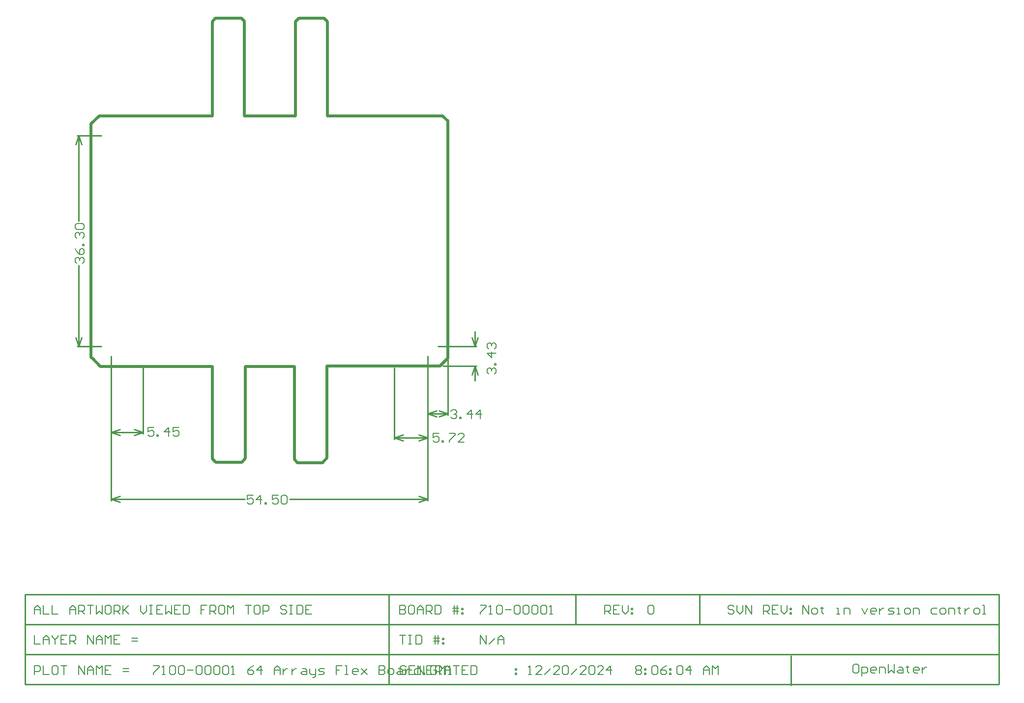
<source format=gm1>
G04*
G04 #@! TF.GenerationSoftware,Altium Limited,Altium Designer,24.3.1 (35)*
G04*
G04 Layer_Color=16711935*
%FSAX25Y25*%
%MOIN*%
G70*
G04*
G04 #@! TF.SameCoordinates,FD1E8778-55F6-401F-AF26-4ACC28CE7946*
G04*
G04*
G04 #@! TF.FilePolarity,Positive*
G04*
G01*
G75*
%ADD11C,0.01000*%
%ADD13C,0.00600*%
%ADD14C,0.00800*%
%ADD34C,0.02000*%
G54D11*
X0113838Y0209331D02*
X0119838Y0211332D01*
X0113838Y0213332D02*
X0119838Y0211332D01*
X0098403D02*
X0104402Y0213332D01*
X0098403Y0211332D02*
X0104402Y0209331D01*
X0109120Y0211332D02*
X0119838D01*
X0098403D02*
X0109120D01*
X0119838Y0210332D02*
Y0254894D01*
X0098403Y0210332D02*
Y0262726D01*
X0290441Y0207631D02*
X0296441Y0209631D01*
X0290441Y0207631D02*
X0296441Y0205631D01*
X0306957D02*
X0312957Y0207631D01*
X0306957Y0209631D02*
X0312957Y0207631D01*
X0290441D02*
X0301699D01*
X0312957D01*
X0290441Y0206631D02*
Y0254894D01*
X0312957Y0206631D02*
Y0262726D01*
X0344980Y0256113D02*
X0346979Y0250113D01*
X0342980D02*
X0344980Y0256113D01*
X0342980Y0275631D02*
X0344980Y0269632D01*
X0346979Y0275631D01*
X0344980Y0246113D02*
Y0256113D01*
Y0269632D02*
Y0279631D01*
X0319862Y0269632D02*
X0345979D01*
X0323161Y0256113D02*
X0345979D01*
X0312957Y0223932D02*
X0318956Y0225932D01*
X0312957Y0223932D02*
X0318956Y0221932D01*
X0320513D02*
X0326513Y0223932D01*
X0320513Y0225932D02*
X0326513Y0223932D01*
X0312957D02*
X0319735D01*
X0326513D01*
X0312957Y0222932D02*
Y0262726D01*
X0326513Y0222932D02*
Y0420449D01*
X0098403Y0166032D02*
X0104402Y0168032D01*
X0098403Y0166032D02*
X0104402Y0164032D01*
X0306957D02*
X0312957Y0166032D01*
X0306957Y0168032D02*
X0312957Y0166032D01*
X0098403D02*
X0188984D01*
X0219175D02*
X0312957D01*
X0098403Y0165032D02*
Y0262726D01*
X0312957Y0165032D02*
Y0262726D01*
X0076279Y0412532D02*
X0078280Y0406531D01*
X0074279D02*
X0076279Y0412532D01*
X0074279Y0275631D02*
X0076279Y0269632D01*
X0078280Y0275631D01*
X0076279Y0354577D02*
Y0412532D01*
Y0269632D02*
Y0324386D01*
X0075279Y0412532D02*
X0091497D01*
X0075279Y0269632D02*
X0091497D01*
X0497200Y0080717D02*
Y0101050D01*
X0413200Y0080717D02*
Y0101050D01*
X0040000Y0080717D02*
X0700200D01*
X0040000Y0060383D02*
X0700000D01*
X0040000Y0040050D02*
X0440500D01*
X0040050Y0101050D02*
X0700200D01*
X0040050Y0040050D02*
Y0101050D01*
Y0040050D02*
X0197600D01*
X0040000D02*
Y0101050D01*
X0286500Y0040050D02*
Y0101050D01*
X0700200Y0040050D02*
Y0101050D01*
X0440500Y0040050D02*
X0700200D01*
X0559400Y0039400D02*
Y0059683D01*
G54D13*
X0127352Y0214391D02*
X0123353D01*
Y0211391D01*
X0125353Y0212391D01*
X0126353D01*
X0127352Y0211391D01*
Y0209392D01*
X0126353Y0208393D01*
X0124353D01*
X0123353Y0209392D01*
X0129351Y0208393D02*
Y0209392D01*
X0130351D01*
Y0208393D01*
X0129351D01*
X0137349D02*
Y0214391D01*
X0134350Y0211391D01*
X0138349D01*
X0144347Y0214391D02*
X0140348D01*
Y0211391D01*
X0142347Y0212391D01*
X0143347D01*
X0144347Y0211391D01*
Y0209392D01*
X0143347Y0208393D01*
X0141348D01*
X0140348Y0209392D01*
X0320552Y0210602D02*
X0316554D01*
Y0207603D01*
X0318553Y0208603D01*
X0319553D01*
X0320552Y0207603D01*
Y0205604D01*
X0319553Y0204604D01*
X0317553D01*
X0316554Y0205604D01*
X0322552Y0204604D02*
Y0205604D01*
X0323551D01*
Y0204604D01*
X0322552D01*
X0327550Y0210602D02*
X0331549D01*
Y0209603D01*
X0327550Y0205604D01*
Y0204604D01*
X0337547D02*
X0333548D01*
X0337547Y0208603D01*
Y0209603D01*
X0336547Y0210602D01*
X0334548D01*
X0333548Y0209603D01*
X0354377Y0250776D02*
X0353378Y0251775D01*
Y0253775D01*
X0354377Y0254774D01*
X0355377D01*
X0356377Y0253775D01*
Y0252775D01*
Y0253775D01*
X0357376Y0254774D01*
X0358376D01*
X0359376Y0253775D01*
Y0251775D01*
X0358376Y0250776D01*
X0359376Y0256774D02*
X0358376D01*
Y0257773D01*
X0359376D01*
Y0256774D01*
Y0264771D02*
X0353378D01*
X0356377Y0261772D01*
Y0265771D01*
X0354377Y0267770D02*
X0353378Y0268770D01*
Y0270769D01*
X0354377Y0271769D01*
X0355377D01*
X0356377Y0270769D01*
Y0269770D01*
Y0270769D01*
X0357376Y0271769D01*
X0358376D01*
X0359376Y0270769D01*
Y0268770D01*
X0358376Y0267770D01*
X0328579Y0225630D02*
X0329579Y0226630D01*
X0331578D01*
X0332578Y0225630D01*
Y0224630D01*
X0331578Y0223630D01*
X0330579D01*
X0331578D01*
X0332578Y0222631D01*
Y0221631D01*
X0331578Y0220632D01*
X0329579D01*
X0328579Y0221631D01*
X0334577Y0220632D02*
Y0221631D01*
X0335577D01*
Y0220632D01*
X0334577D01*
X0342575D02*
Y0226630D01*
X0339576Y0223630D01*
X0343575D01*
X0348573Y0220632D02*
Y0226630D01*
X0345574Y0223630D01*
X0349573D01*
X0194582Y0168430D02*
X0190584D01*
Y0165431D01*
X0192583Y0166431D01*
X0193583D01*
X0194582Y0165431D01*
Y0163432D01*
X0193583Y0162433D01*
X0191584D01*
X0190584Y0163432D01*
X0199581Y0162433D02*
Y0168430D01*
X0196582Y0165431D01*
X0200581D01*
X0202580Y0162433D02*
Y0163432D01*
X0203580D01*
Y0162433D01*
X0202580D01*
X0211577Y0168430D02*
X0207578D01*
Y0165431D01*
X0209578Y0166431D01*
X0210577D01*
X0211577Y0165431D01*
Y0163432D01*
X0210577Y0162433D01*
X0208578D01*
X0207578Y0163432D01*
X0213576Y0167431D02*
X0214576Y0168430D01*
X0216575D01*
X0217575Y0167431D01*
Y0163432D01*
X0216575Y0162433D01*
X0214576D01*
X0213576Y0163432D01*
Y0167431D01*
X0074880Y0325986D02*
X0073880Y0326986D01*
Y0328985D01*
X0074880Y0329985D01*
X0075880D01*
X0076880Y0328985D01*
Y0327985D01*
Y0328985D01*
X0077879Y0329985D01*
X0078879D01*
X0079878Y0328985D01*
Y0326986D01*
X0078879Y0325986D01*
X0073880Y0335983D02*
X0074880Y0333983D01*
X0076880Y0331984D01*
X0078879D01*
X0079878Y0332984D01*
Y0334983D01*
X0078879Y0335983D01*
X0077879D01*
X0076880Y0334983D01*
Y0331984D01*
X0079878Y0337982D02*
X0078879D01*
Y0338982D01*
X0079878D01*
Y0337982D01*
X0074880Y0342980D02*
X0073880Y0343980D01*
Y0345979D01*
X0074880Y0346979D01*
X0075880D01*
X0076880Y0345979D01*
Y0344980D01*
Y0345979D01*
X0077879Y0346979D01*
X0078879D01*
X0079878Y0345979D01*
Y0343980D01*
X0078879Y0342980D01*
X0074880Y0348978D02*
X0073880Y0349978D01*
Y0351977D01*
X0074880Y0352977D01*
X0078879D01*
X0079878Y0351977D01*
Y0349978D01*
X0078879Y0348978D01*
X0074880D01*
G54D14*
X0567400Y0087833D02*
Y0093831D01*
X0571399Y0087833D01*
Y0093831D01*
X0574398Y0087833D02*
X0576397D01*
X0577397Y0088833D01*
Y0090832D01*
X0576397Y0091832D01*
X0574398D01*
X0573398Y0090832D01*
Y0088833D01*
X0574398Y0087833D01*
X0580396Y0092832D02*
Y0091832D01*
X0579396D01*
X0581395D01*
X0580396D01*
Y0088833D01*
X0581395Y0087833D01*
X0590393D02*
X0592392D01*
X0591392D01*
Y0091832D01*
X0590393D01*
X0595391Y0087833D02*
Y0091832D01*
X0598390D01*
X0599390Y0090832D01*
Y0087833D01*
X0607387Y0091832D02*
X0609386Y0087833D01*
X0611386Y0091832D01*
X0616384Y0087833D02*
X0614385D01*
X0613385Y0088833D01*
Y0090832D01*
X0614385Y0091832D01*
X0616384D01*
X0617384Y0090832D01*
Y0089833D01*
X0613385D01*
X0619383Y0091832D02*
Y0087833D01*
Y0089833D01*
X0620383Y0090832D01*
X0621383Y0091832D01*
X0622382D01*
X0625381Y0087833D02*
X0628380D01*
X0629380Y0088833D01*
X0628380Y0089833D01*
X0626381D01*
X0625381Y0090832D01*
X0626381Y0091832D01*
X0629380D01*
X0631379Y0087833D02*
X0633379D01*
X0632379D01*
Y0091832D01*
X0631379D01*
X0637377Y0087833D02*
X0639377D01*
X0640376Y0088833D01*
Y0090832D01*
X0639377Y0091832D01*
X0637377D01*
X0636378Y0090832D01*
Y0088833D01*
X0637377Y0087833D01*
X0642376D02*
Y0091832D01*
X0645375D01*
X0646374Y0090832D01*
Y0087833D01*
X0658371Y0091832D02*
X0655372D01*
X0654372Y0090832D01*
Y0088833D01*
X0655372Y0087833D01*
X0658371D01*
X0661370D02*
X0663369D01*
X0664369Y0088833D01*
Y0090832D01*
X0663369Y0091832D01*
X0661370D01*
X0660370Y0090832D01*
Y0088833D01*
X0661370Y0087833D01*
X0666368D02*
Y0091832D01*
X0669367D01*
X0670367Y0090832D01*
Y0087833D01*
X0673366Y0092832D02*
Y0091832D01*
X0672366D01*
X0674365D01*
X0673366D01*
Y0088833D01*
X0674365Y0087833D01*
X0677364Y0091832D02*
Y0087833D01*
Y0089833D01*
X0678364Y0090832D01*
X0679364Y0091832D01*
X0680364D01*
X0684362Y0087833D02*
X0686362D01*
X0687361Y0088833D01*
Y0090832D01*
X0686362Y0091832D01*
X0684362D01*
X0683362Y0090832D01*
Y0088833D01*
X0684362Y0087833D01*
X0689361D02*
X0691360D01*
X0690360D01*
Y0093831D01*
X0689361D01*
X0520799Y0092832D02*
X0519799Y0093831D01*
X0517800D01*
X0516800Y0092832D01*
Y0091832D01*
X0517800Y0090832D01*
X0519799D01*
X0520799Y0089833D01*
Y0088833D01*
X0519799Y0087833D01*
X0517800D01*
X0516800Y0088833D01*
X0522798Y0093831D02*
Y0089833D01*
X0524797Y0087833D01*
X0526797Y0089833D01*
Y0093831D01*
X0528796Y0087833D02*
Y0093831D01*
X0532795Y0087833D01*
Y0093831D01*
X0540792Y0087833D02*
Y0093831D01*
X0543791D01*
X0544791Y0092832D01*
Y0090832D01*
X0543791Y0089833D01*
X0540792D01*
X0542792D02*
X0544791Y0087833D01*
X0550789Y0093831D02*
X0546790D01*
Y0087833D01*
X0550789D01*
X0546790Y0090832D02*
X0548790D01*
X0552788Y0093831D02*
Y0089833D01*
X0554788Y0087833D01*
X0556787Y0089833D01*
Y0093831D01*
X0558786Y0091832D02*
X0559786D01*
Y0090832D01*
X0558786D01*
Y0091832D01*
Y0088833D02*
X0559786D01*
Y0087833D01*
X0558786D01*
Y0088833D01*
X0433000Y0087833D02*
Y0093831D01*
X0435999D01*
X0436999Y0092832D01*
Y0090832D01*
X0435999Y0089833D01*
X0433000D01*
X0434999D02*
X0436999Y0087833D01*
X0442997Y0093831D02*
X0438998D01*
Y0087833D01*
X0442997D01*
X0438998Y0090832D02*
X0440997D01*
X0444996Y0093831D02*
Y0089833D01*
X0446995Y0087833D01*
X0448995Y0089833D01*
Y0093831D01*
X0450994Y0091832D02*
X0451994D01*
Y0090832D01*
X0450994D01*
Y0091832D01*
Y0088833D02*
X0451994D01*
Y0087833D01*
X0450994D01*
Y0088833D01*
X0126900Y0052965D02*
X0130899D01*
Y0051965D01*
X0126900Y0047966D01*
Y0046966D01*
X0132898D02*
X0134897D01*
X0133898D01*
Y0052965D01*
X0132898Y0051965D01*
X0137896D02*
X0138896Y0052965D01*
X0140895D01*
X0141895Y0051965D01*
Y0047966D01*
X0140895Y0046966D01*
X0138896D01*
X0137896Y0047966D01*
Y0051965D01*
X0143895D02*
X0144894Y0052965D01*
X0146894D01*
X0147893Y0051965D01*
Y0047966D01*
X0146894Y0046966D01*
X0144894D01*
X0143895Y0047966D01*
Y0051965D01*
X0149893Y0049966D02*
X0153891D01*
X0155891Y0051965D02*
X0156890Y0052965D01*
X0158890D01*
X0159889Y0051965D01*
Y0047966D01*
X0158890Y0046966D01*
X0156890D01*
X0155891Y0047966D01*
Y0051965D01*
X0161889D02*
X0162888Y0052965D01*
X0164888D01*
X0165887Y0051965D01*
Y0047966D01*
X0164888Y0046966D01*
X0162888D01*
X0161889Y0047966D01*
Y0051965D01*
X0167887D02*
X0168886Y0052965D01*
X0170886D01*
X0171885Y0051965D01*
Y0047966D01*
X0170886Y0046966D01*
X0168886D01*
X0167887Y0047966D01*
Y0051965D01*
X0173885D02*
X0174884Y0052965D01*
X0176884D01*
X0177884Y0051965D01*
Y0047966D01*
X0176884Y0046966D01*
X0174884D01*
X0173885Y0047966D01*
Y0051965D01*
X0179883Y0046966D02*
X0181882D01*
X0180883D01*
Y0052965D01*
X0179883Y0051965D01*
X0194878Y0052965D02*
X0192879Y0051965D01*
X0190879Y0049966D01*
Y0047966D01*
X0191879Y0046966D01*
X0193878D01*
X0194878Y0047966D01*
Y0048966D01*
X0193878Y0049966D01*
X0190879D01*
X0199876Y0046966D02*
Y0052965D01*
X0196877Y0049966D01*
X0200876D01*
X0208874Y0046966D02*
Y0050965D01*
X0210873Y0052965D01*
X0212872Y0050965D01*
Y0046966D01*
Y0049966D01*
X0208874D01*
X0214872Y0050965D02*
Y0046966D01*
Y0048966D01*
X0215871Y0049966D01*
X0216871Y0050965D01*
X0217871D01*
X0220870D02*
Y0046966D01*
Y0048966D01*
X0221869Y0049966D01*
X0222869Y0050965D01*
X0223869D01*
X0227867D02*
X0229867D01*
X0230866Y0049966D01*
Y0046966D01*
X0227867D01*
X0226868Y0047966D01*
X0227867Y0048966D01*
X0230866D01*
X0232866Y0050965D02*
Y0047966D01*
X0233865Y0046966D01*
X0236864D01*
Y0045967D01*
X0235865Y0044967D01*
X0234865D01*
X0236864Y0046966D02*
Y0050965D01*
X0238864Y0046966D02*
X0241863D01*
X0242863Y0047966D01*
X0241863Y0048966D01*
X0239863D01*
X0238864Y0049966D01*
X0239863Y0050965D01*
X0242863D01*
X0254859Y0052965D02*
X0250860D01*
Y0049966D01*
X0252859D01*
X0250860D01*
Y0046966D01*
X0256858D02*
X0258857D01*
X0257858D01*
Y0052965D01*
X0256858D01*
X0264855Y0046966D02*
X0262856D01*
X0261856Y0047966D01*
Y0049966D01*
X0262856Y0050965D01*
X0264855D01*
X0265855Y0049966D01*
Y0048966D01*
X0261856D01*
X0267854Y0050965D02*
X0271853Y0046966D01*
X0269854Y0048966D01*
X0271853Y0050965D01*
X0267854Y0046966D01*
X0279851Y0052965D02*
Y0046966D01*
X0282850D01*
X0283849Y0047966D01*
Y0048966D01*
X0282850Y0049966D01*
X0279851D01*
X0282850D01*
X0283849Y0050965D01*
Y0051965D01*
X0282850Y0052965D01*
X0279851D01*
X0286848Y0046966D02*
X0288848D01*
X0289847Y0047966D01*
Y0049966D01*
X0288848Y0050965D01*
X0286848D01*
X0285849Y0049966D01*
Y0047966D01*
X0286848Y0046966D01*
X0292846Y0050965D02*
X0294846D01*
X0295845Y0049966D01*
Y0046966D01*
X0292846D01*
X0291847Y0047966D01*
X0292846Y0048966D01*
X0295845D01*
X0297845Y0050965D02*
Y0046966D01*
Y0048966D01*
X0298844Y0049966D01*
X0299844Y0050965D01*
X0300844D01*
X0307841Y0052965D02*
Y0046966D01*
X0304842D01*
X0303843Y0047966D01*
Y0049966D01*
X0304842Y0050965D01*
X0307841D01*
X0309841Y0046966D02*
Y0047966D01*
X0310841D01*
Y0046966D01*
X0309841D01*
X0318838Y0051965D02*
X0317838Y0052965D01*
X0315839D01*
X0314839Y0051965D01*
Y0047966D01*
X0315839Y0046966D01*
X0317838D01*
X0318838Y0047966D01*
Y0049966D01*
X0316839D01*
X0320837Y0046966D02*
Y0052965D01*
X0322837Y0050965D01*
X0324836Y0052965D01*
Y0046966D01*
X0326835D02*
X0328835D01*
X0327835D01*
Y0052965D01*
X0326835Y0051965D01*
X0381150Y0046966D02*
X0383149D01*
X0382150D01*
Y0052965D01*
X0381150Y0051965D01*
X0390147Y0046966D02*
X0386148D01*
X0390147Y0050965D01*
Y0051965D01*
X0389147Y0052965D01*
X0387148D01*
X0386148Y0051965D01*
X0392146Y0046966D02*
X0396145Y0050965D01*
X0402143Y0046966D02*
X0398145D01*
X0402143Y0050965D01*
Y0051965D01*
X0401144Y0052965D01*
X0399144D01*
X0398145Y0051965D01*
X0404143D02*
X0405142Y0052965D01*
X0407142D01*
X0408141Y0051965D01*
Y0047966D01*
X0407142Y0046966D01*
X0405142D01*
X0404143Y0047966D01*
Y0051965D01*
X0410141Y0046966D02*
X0414139Y0050965D01*
X0420137Y0046966D02*
X0416139D01*
X0420137Y0050965D01*
Y0051965D01*
X0419138Y0052965D01*
X0417138D01*
X0416139Y0051965D01*
X0422137D02*
X0423136Y0052965D01*
X0425136D01*
X0426135Y0051965D01*
Y0047966D01*
X0425136Y0046966D01*
X0423136D01*
X0422137Y0047966D01*
Y0051965D01*
X0432133Y0046966D02*
X0428135D01*
X0432133Y0050965D01*
Y0051965D01*
X0431134Y0052965D01*
X0429135D01*
X0428135Y0051965D01*
X0437132Y0046966D02*
Y0052965D01*
X0434133Y0049966D01*
X0438132D01*
X0298199Y0051965D02*
X0297199Y0052965D01*
X0295200D01*
X0294200Y0051965D01*
Y0047966D01*
X0295200Y0046966D01*
X0297199D01*
X0298199Y0047966D01*
Y0049966D01*
X0296199D01*
X0304197Y0052965D02*
X0300198D01*
Y0046966D01*
X0304197D01*
X0300198Y0049966D02*
X0302197D01*
X0306196Y0046966D02*
Y0052965D01*
X0310195Y0046966D01*
Y0052965D01*
X0316193D02*
X0312194D01*
Y0046966D01*
X0316193D01*
X0312194Y0049966D02*
X0314194D01*
X0318192Y0046966D02*
Y0052965D01*
X0321191D01*
X0322191Y0051965D01*
Y0049966D01*
X0321191Y0048966D01*
X0318192D01*
X0320192D02*
X0322191Y0046966D01*
X0324190D02*
Y0050965D01*
X0326190Y0052965D01*
X0328189Y0050965D01*
Y0046966D01*
Y0049966D01*
X0324190D01*
X0330188Y0052965D02*
X0334187D01*
X0332188D01*
Y0046966D01*
X0340185Y0052965D02*
X0336186D01*
Y0046966D01*
X0340185D01*
X0336186Y0049966D02*
X0338186D01*
X0342184Y0052965D02*
Y0046966D01*
X0345183D01*
X0346183Y0047966D01*
Y0051965D01*
X0345183Y0052965D01*
X0342184D01*
X0372175Y0050965D02*
X0373175D01*
Y0049966D01*
X0372175D01*
Y0050965D01*
Y0047966D02*
X0373175D01*
Y0046966D01*
X0372175D01*
Y0047966D01*
X0046350Y0087833D02*
Y0091832D01*
X0048349Y0093831D01*
X0050349Y0091832D01*
Y0087833D01*
Y0090832D01*
X0046350D01*
X0052348Y0093831D02*
Y0087833D01*
X0056347D01*
X0058346Y0093831D02*
Y0087833D01*
X0062345D01*
X0070342D02*
Y0091832D01*
X0072342Y0093831D01*
X0074341Y0091832D01*
Y0087833D01*
Y0090832D01*
X0070342D01*
X0076340Y0087833D02*
Y0093831D01*
X0079339D01*
X0080339Y0092832D01*
Y0090832D01*
X0079339Y0089833D01*
X0076340D01*
X0078340D02*
X0080339Y0087833D01*
X0082338Y0093831D02*
X0086337D01*
X0084338D01*
Y0087833D01*
X0088336Y0093831D02*
Y0087833D01*
X0090336Y0089833D01*
X0092335Y0087833D01*
Y0093831D01*
X0097334D02*
X0095334D01*
X0094335Y0092832D01*
Y0088833D01*
X0095334Y0087833D01*
X0097334D01*
X0098333Y0088833D01*
Y0092832D01*
X0097334Y0093831D01*
X0100332Y0087833D02*
Y0093831D01*
X0103332D01*
X0104331Y0092832D01*
Y0090832D01*
X0103332Y0089833D01*
X0100332D01*
X0102332D02*
X0104331Y0087833D01*
X0106331Y0093831D02*
Y0087833D01*
Y0089833D01*
X0110329Y0093831D01*
X0107330Y0090832D01*
X0110329Y0087833D01*
X0118327Y0093831D02*
Y0089833D01*
X0120326Y0087833D01*
X0122325Y0089833D01*
Y0093831D01*
X0124325D02*
X0126324D01*
X0125324D01*
Y0087833D01*
X0124325D01*
X0126324D01*
X0133322Y0093831D02*
X0129323D01*
Y0087833D01*
X0133322D01*
X0129323Y0090832D02*
X0131323D01*
X0135321Y0093831D02*
Y0087833D01*
X0137321Y0089833D01*
X0139320Y0087833D01*
Y0093831D01*
X0145318D02*
X0141319D01*
Y0087833D01*
X0145318D01*
X0141319Y0090832D02*
X0143319D01*
X0147317Y0093831D02*
Y0087833D01*
X0150316D01*
X0151316Y0088833D01*
Y0092832D01*
X0150316Y0093831D01*
X0147317D01*
X0163312D02*
X0159313D01*
Y0090832D01*
X0161313D01*
X0159313D01*
Y0087833D01*
X0165312D02*
Y0093831D01*
X0168310D01*
X0169310Y0092832D01*
Y0090832D01*
X0168310Y0089833D01*
X0165312D01*
X0167311D02*
X0169310Y0087833D01*
X0174309Y0093831D02*
X0172309D01*
X0171310Y0092832D01*
Y0088833D01*
X0172309Y0087833D01*
X0174309D01*
X0175308Y0088833D01*
Y0092832D01*
X0174309Y0093831D01*
X0177308Y0087833D02*
Y0093831D01*
X0179307Y0091832D01*
X0181306Y0093831D01*
Y0087833D01*
X0189304Y0093831D02*
X0193303D01*
X0191303D01*
Y0087833D01*
X0198301Y0093831D02*
X0196301D01*
X0195302Y0092832D01*
Y0088833D01*
X0196301Y0087833D01*
X0198301D01*
X0199301Y0088833D01*
Y0092832D01*
X0198301Y0093831D01*
X0201300Y0087833D02*
Y0093831D01*
X0204299D01*
X0205299Y0092832D01*
Y0090832D01*
X0204299Y0089833D01*
X0201300D01*
X0217295Y0092832D02*
X0216295Y0093831D01*
X0214296D01*
X0213296Y0092832D01*
Y0091832D01*
X0214296Y0090832D01*
X0216295D01*
X0217295Y0089833D01*
Y0088833D01*
X0216295Y0087833D01*
X0214296D01*
X0213296Y0088833D01*
X0219294Y0093831D02*
X0221293D01*
X0220294D01*
Y0087833D01*
X0219294D01*
X0221293D01*
X0224292Y0093831D02*
Y0087833D01*
X0227291D01*
X0228291Y0088833D01*
Y0092832D01*
X0227291Y0093831D01*
X0224292D01*
X0234289D02*
X0230291D01*
Y0087833D01*
X0234289D01*
X0230291Y0090832D02*
X0232290D01*
X0462150Y0092832D02*
X0463150Y0093831D01*
X0465149D01*
X0466149Y0092832D01*
Y0088833D01*
X0465149Y0087833D01*
X0463150D01*
X0462150Y0088833D01*
Y0092832D01*
X0348550Y0093831D02*
X0352549D01*
Y0092832D01*
X0348550Y0088833D01*
Y0087833D01*
X0354548D02*
X0356547D01*
X0355548D01*
Y0093831D01*
X0354548Y0092832D01*
X0359546D02*
X0360546Y0093831D01*
X0362545D01*
X0363545Y0092832D01*
Y0088833D01*
X0362545Y0087833D01*
X0360546D01*
X0359546Y0088833D01*
Y0092832D01*
X0365545Y0090832D02*
X0369543D01*
X0371543Y0092832D02*
X0372542Y0093831D01*
X0374542D01*
X0375541Y0092832D01*
Y0088833D01*
X0374542Y0087833D01*
X0372542D01*
X0371543Y0088833D01*
Y0092832D01*
X0377541D02*
X0378540Y0093831D01*
X0380540D01*
X0381539Y0092832D01*
Y0088833D01*
X0380540Y0087833D01*
X0378540D01*
X0377541Y0088833D01*
Y0092832D01*
X0383539D02*
X0384538Y0093831D01*
X0386538D01*
X0387537Y0092832D01*
Y0088833D01*
X0386538Y0087833D01*
X0384538D01*
X0383539Y0088833D01*
Y0092832D01*
X0389537D02*
X0390536Y0093831D01*
X0392536D01*
X0393535Y0092832D01*
Y0088833D01*
X0392536Y0087833D01*
X0390536D01*
X0389537Y0088833D01*
Y0092832D01*
X0395535Y0087833D02*
X0397534D01*
X0396534D01*
Y0093831D01*
X0395535Y0092832D01*
X0294000Y0093831D02*
Y0087833D01*
X0296999D01*
X0297999Y0088833D01*
Y0089833D01*
X0296999Y0090832D01*
X0294000D01*
X0296999D01*
X0297999Y0091832D01*
Y0092832D01*
X0296999Y0093831D01*
X0294000D01*
X0302997D02*
X0300998D01*
X0299998Y0092832D01*
Y0088833D01*
X0300998Y0087833D01*
X0302997D01*
X0303997Y0088833D01*
Y0092832D01*
X0302997Y0093831D01*
X0305996Y0087833D02*
Y0091832D01*
X0307996Y0093831D01*
X0309995Y0091832D01*
Y0087833D01*
Y0090832D01*
X0305996D01*
X0311994Y0087833D02*
Y0093831D01*
X0314993D01*
X0315993Y0092832D01*
Y0090832D01*
X0314993Y0089833D01*
X0311994D01*
X0313994D02*
X0315993Y0087833D01*
X0317992Y0093831D02*
Y0087833D01*
X0320991D01*
X0321991Y0088833D01*
Y0092832D01*
X0320991Y0093831D01*
X0317992D01*
X0330988Y0087833D02*
Y0093831D01*
X0332987D02*
Y0087833D01*
X0329988Y0091832D02*
X0332987D01*
X0333987D01*
X0329988Y0089833D02*
X0333987D01*
X0335986Y0091832D02*
X0336986D01*
Y0090832D01*
X0335986D01*
Y0091832D01*
Y0088833D02*
X0336986D01*
Y0087833D01*
X0335986D01*
Y0088833D01*
X0046350Y0073549D02*
Y0067551D01*
X0050349D01*
X0052348D02*
Y0071549D01*
X0054347Y0073549D01*
X0056347Y0071549D01*
Y0067551D01*
Y0070550D01*
X0052348D01*
X0058346Y0073549D02*
Y0072549D01*
X0060346Y0070550D01*
X0062345Y0072549D01*
Y0073549D01*
X0060346Y0070550D02*
Y0067551D01*
X0068343Y0073549D02*
X0064344D01*
Y0067551D01*
X0068343D01*
X0064344Y0070550D02*
X0066343D01*
X0070342Y0067551D02*
Y0073549D01*
X0073341D01*
X0074341Y0072549D01*
Y0070550D01*
X0073341Y0069550D01*
X0070342D01*
X0072342D02*
X0074341Y0067551D01*
X0082338D02*
Y0073549D01*
X0086337Y0067551D01*
Y0073549D01*
X0088336Y0067551D02*
Y0071549D01*
X0090336Y0073549D01*
X0092335Y0071549D01*
Y0067551D01*
Y0070550D01*
X0088336D01*
X0094335Y0067551D02*
Y0073549D01*
X0096334Y0071549D01*
X0098333Y0073549D01*
Y0067551D01*
X0104331Y0073549D02*
X0100332D01*
Y0067551D01*
X0104331D01*
X0100332Y0070550D02*
X0102332D01*
X0112329Y0069550D02*
X0116327D01*
X0112329Y0071549D02*
X0116327D01*
X0046350Y0046966D02*
Y0052965D01*
X0049349D01*
X0050349Y0051965D01*
Y0049966D01*
X0049349Y0048966D01*
X0046350D01*
X0052348Y0052965D02*
Y0046966D01*
X0056347D01*
X0061345Y0052965D02*
X0059346D01*
X0058346Y0051965D01*
Y0047966D01*
X0059346Y0046966D01*
X0061345D01*
X0062345Y0047966D01*
Y0051965D01*
X0061345Y0052965D01*
X0064344D02*
X0068343D01*
X0066343D01*
Y0046966D01*
X0076340D02*
Y0052965D01*
X0080339Y0046966D01*
Y0052965D01*
X0082338Y0046966D02*
Y0050965D01*
X0084338Y0052965D01*
X0086337Y0050965D01*
Y0046966D01*
Y0049966D01*
X0082338D01*
X0088336Y0046966D02*
Y0052965D01*
X0090336Y0050965D01*
X0092335Y0052965D01*
Y0046966D01*
X0098333Y0052965D02*
X0094335D01*
Y0046966D01*
X0098333D01*
X0094335Y0049966D02*
X0096334D01*
X0106331Y0048966D02*
X0110329D01*
X0106331Y0050965D02*
X0110329D01*
X0454050Y0051965D02*
X0455050Y0052965D01*
X0457049D01*
X0458049Y0051965D01*
Y0050965D01*
X0457049Y0049966D01*
X0458049Y0048966D01*
Y0047966D01*
X0457049Y0046966D01*
X0455050D01*
X0454050Y0047966D01*
Y0048966D01*
X0455050Y0049966D01*
X0454050Y0050965D01*
Y0051965D01*
X0455050Y0049966D02*
X0457049D01*
X0460048Y0050965D02*
X0461048D01*
Y0049966D01*
X0460048D01*
Y0050965D01*
Y0047966D02*
X0461048D01*
Y0046966D01*
X0460048D01*
Y0047966D01*
X0465046Y0051965D02*
X0466046Y0052965D01*
X0468046D01*
X0469045Y0051965D01*
Y0047966D01*
X0468046Y0046966D01*
X0466046D01*
X0465046Y0047966D01*
Y0051965D01*
X0475043Y0052965D02*
X0473044Y0051965D01*
X0471044Y0049966D01*
Y0047966D01*
X0472044Y0046966D01*
X0474044D01*
X0475043Y0047966D01*
Y0048966D01*
X0474044Y0049966D01*
X0471044D01*
X0477043Y0050965D02*
X0478042D01*
Y0049966D01*
X0477043D01*
Y0050965D01*
Y0047966D02*
X0478042D01*
Y0046966D01*
X0477043D01*
Y0047966D01*
X0482041Y0051965D02*
X0483041Y0052965D01*
X0485040D01*
X0486040Y0051965D01*
Y0047966D01*
X0485040Y0046966D01*
X0483041D01*
X0482041Y0047966D01*
Y0051965D01*
X0491038Y0046966D02*
Y0052965D01*
X0488039Y0049966D01*
X0492038D01*
X0500035Y0046966D02*
Y0050965D01*
X0502035Y0052965D01*
X0504034Y0050965D01*
Y0046966D01*
Y0049966D01*
X0500035D01*
X0506033Y0046966D02*
Y0052965D01*
X0508033Y0050965D01*
X0510032Y0052965D01*
Y0046966D01*
X0604409Y0053922D02*
X0602409D01*
X0601409Y0052922D01*
Y0048923D01*
X0602409Y0047924D01*
X0604409D01*
X0605408Y0048923D01*
Y0052922D01*
X0604409Y0053922D01*
X0607408Y0045924D02*
Y0051922D01*
X0610407D01*
X0611406Y0050923D01*
Y0048923D01*
X0610407Y0047924D01*
X0607408D01*
X0616405D02*
X0614405D01*
X0613406Y0048923D01*
Y0050923D01*
X0614405Y0051922D01*
X0616405D01*
X0617404Y0050923D01*
Y0049923D01*
X0613406D01*
X0619404Y0047924D02*
Y0051922D01*
X0622403D01*
X0623402Y0050923D01*
Y0047924D01*
X0625402Y0053922D02*
Y0047924D01*
X0627401Y0049923D01*
X0629400Y0047924D01*
Y0053922D01*
X0632400Y0051922D02*
X0634399D01*
X0635398Y0050923D01*
Y0047924D01*
X0632400D01*
X0631400Y0048923D01*
X0632400Y0049923D01*
X0635398D01*
X0638398Y0052922D02*
Y0051922D01*
X0637398D01*
X0639397D01*
X0638398D01*
Y0048923D01*
X0639397Y0047924D01*
X0645395D02*
X0643396D01*
X0642396Y0048923D01*
Y0050923D01*
X0643396Y0051922D01*
X0645395D01*
X0646395Y0050923D01*
Y0049923D01*
X0642396D01*
X0648394Y0051922D02*
Y0047924D01*
Y0049923D01*
X0649394Y0050923D01*
X0650394Y0051922D01*
X0651393D01*
X0294000Y0073498D02*
X0297999D01*
X0295999D01*
Y0067500D01*
X0299998Y0073498D02*
X0301997D01*
X0300998D01*
Y0067500D01*
X0299998D01*
X0301997D01*
X0304996Y0073498D02*
Y0067500D01*
X0307996D01*
X0308995Y0068500D01*
Y0072498D01*
X0307996Y0073498D01*
X0304996D01*
X0317992Y0067500D02*
Y0073498D01*
X0319992D02*
Y0067500D01*
X0316993Y0071499D02*
X0319992D01*
X0320991D01*
X0316993Y0069499D02*
X0320991D01*
X0322991Y0071499D02*
X0323990D01*
Y0070499D01*
X0322991D01*
Y0071499D01*
Y0068500D02*
X0323990D01*
Y0067500D01*
X0322991D01*
Y0068500D01*
X0348550Y0067500D02*
Y0073498D01*
X0352549Y0067500D01*
Y0073498D01*
X0354548Y0067500D02*
X0358547Y0071499D01*
X0360546Y0067500D02*
Y0071499D01*
X0362545Y0073498D01*
X0364545Y0071499D01*
Y0067500D01*
Y0070499D01*
X0360546D01*
G54D34*
X0244880Y0425718D02*
X0323271D01*
X0084778Y0262096D02*
X0085442Y0261432D01*
X0091036Y0255893D02*
X0121401D01*
X0085497Y0261432D02*
X0091036Y0255893D01*
X0085442Y0261432D02*
X0085497D01*
X0240079Y0190631D02*
X0241479D01*
X0169379Y0190931D02*
X0170280D01*
X0084778Y0420401D02*
X0090398Y0426021D01*
X0127090D01*
X0323258Y0425704D02*
X0323271Y0425718D01*
X0244880D02*
Y0490031D01*
X0242779Y0492132D02*
X0244880Y0490031D01*
X0225480Y0492132D02*
X0242779D01*
X0223379Y0490031D02*
X0225480Y0492132D01*
X0223379Y0425718D02*
Y0490031D01*
X0188680Y0425718D02*
X0223379D01*
X0188680D02*
Y0490224D01*
X0186778Y0492125D02*
X0188680Y0490224D01*
X0168966Y0492125D02*
X0186778D01*
X0166879Y0490038D02*
X0168966Y0492125D01*
X0166879Y0426021D02*
Y0490038D01*
X0127090Y0426021D02*
X0166879D01*
X0224780Y0190631D02*
X0240079D01*
X0222580Y0192832D02*
X0224780Y0190631D01*
X0222580Y0192832D02*
Y0201031D01*
Y0256010D01*
X0189201D02*
X0222580D01*
X0189201D02*
X0189388Y0255823D01*
Y0201240D02*
Y0255823D01*
X0189380Y0201232D02*
X0189388Y0201240D01*
X0189380Y0193431D02*
Y0201232D01*
X0186880Y0190931D02*
X0189380Y0193431D01*
X0170280Y0190931D02*
X0186880D01*
X0167079Y0193231D02*
X0169379Y0190931D01*
X0167079Y0193231D02*
Y0255895D01*
X0121270D02*
X0167079D01*
X0323258Y0425704D02*
X0326513Y0422449D01*
X0326513Y0261465D01*
X0321161Y0256113D02*
X0326513Y0261465D01*
X0244580Y0256113D02*
X0321161D01*
X0244580Y0193731D02*
Y0256113D01*
X0241479Y0190631D02*
X0244580Y0193731D01*
X0084778Y0420401D02*
X0084778Y0262096D01*
M02*

</source>
